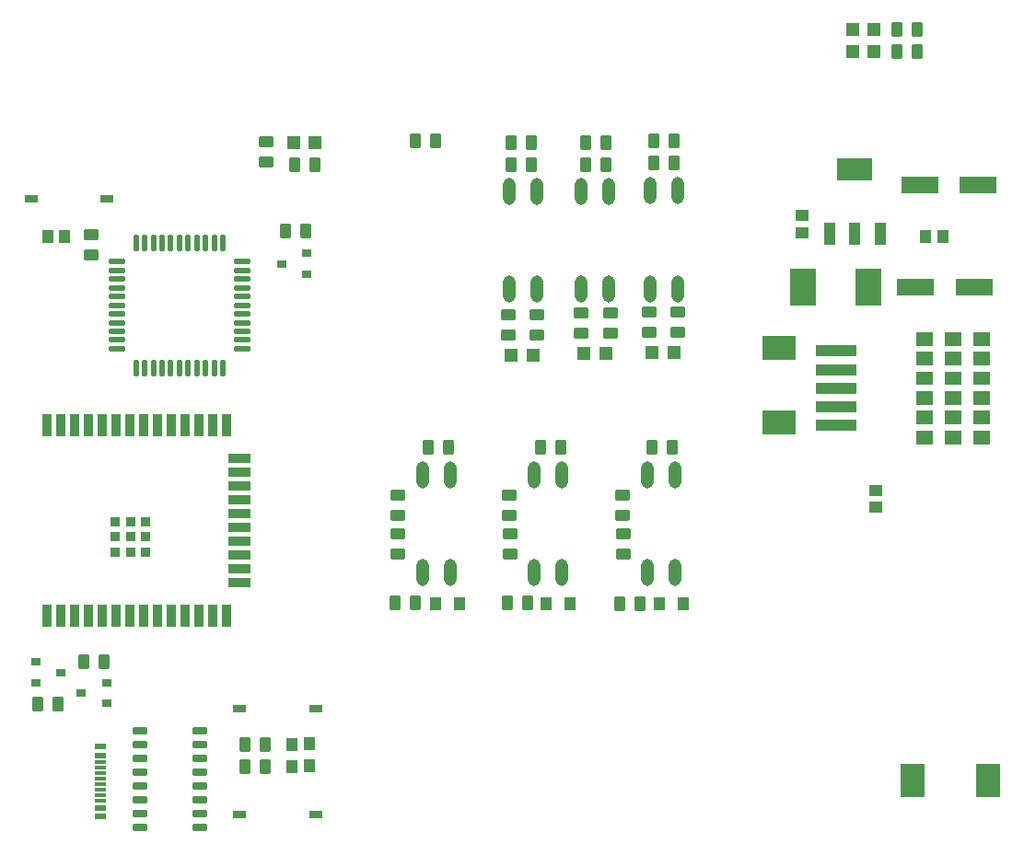
<source format=gtp>
G04*
G04 #@! TF.GenerationSoftware,Altium Limited,Altium Designer,18.0.11 (651)*
G04*
G04 Layer_Color=8421504*
%FSTAX24Y24*%
%MOIN*%
G70*
G01*
G75*
%ADD25R,0.0394X0.0787*%
%ADD26R,0.1299X0.0787*%
%ADD27R,0.0512X0.0394*%
%ADD28R,0.1228X0.0886*%
%ADD29R,0.0886X0.1228*%
%ADD30R,0.0925X0.1378*%
G04:AMPARAMS|DCode=31|XSize=51.6mil|YSize=24.4mil|CornerRadius=3.1mil|HoleSize=0mil|Usage=FLASHONLY|Rotation=180.000|XOffset=0mil|YOffset=0mil|HoleType=Round|Shape=RoundedRectangle|*
%AMROUNDEDRECTD31*
21,1,0.0516,0.0183,0,0,180.0*
21,1,0.0455,0.0244,0,0,180.0*
1,1,0.0061,-0.0227,0.0092*
1,1,0.0061,0.0227,0.0092*
1,1,0.0061,0.0227,-0.0092*
1,1,0.0061,-0.0227,-0.0092*
%
%ADD31ROUNDEDRECTD31*%
%ADD32R,0.1492X0.0390*%
G04:AMPARAMS|DCode=33|XSize=39.4mil|YSize=55.9mil|CornerRadius=4.9mil|HoleSize=0mil|Usage=FLASHONLY|Rotation=90.000|XOffset=0mil|YOffset=0mil|HoleType=Round|Shape=RoundedRectangle|*
%AMROUNDEDRECTD33*
21,1,0.0394,0.0461,0,0,90.0*
21,1,0.0295,0.0559,0,0,90.0*
1,1,0.0098,0.0230,0.0148*
1,1,0.0098,0.0230,-0.0148*
1,1,0.0098,-0.0230,-0.0148*
1,1,0.0098,-0.0230,0.0148*
%
%ADD33ROUNDEDRECTD33*%
G04:AMPARAMS|DCode=34|XSize=39.4mil|YSize=55.9mil|CornerRadius=4.9mil|HoleSize=0mil|Usage=FLASHONLY|Rotation=180.000|XOffset=0mil|YOffset=0mil|HoleType=Round|Shape=RoundedRectangle|*
%AMROUNDEDRECTD34*
21,1,0.0394,0.0461,0,0,180.0*
21,1,0.0295,0.0559,0,0,180.0*
1,1,0.0098,-0.0148,0.0230*
1,1,0.0098,0.0148,0.0230*
1,1,0.0098,0.0148,-0.0230*
1,1,0.0098,-0.0148,-0.0230*
%
%ADD34ROUNDEDRECTD34*%
%ADD35R,0.0472X0.0512*%
%ADD36R,0.0354X0.0276*%
%ADD37R,0.0472X0.0315*%
%ADD38R,0.0354X0.0354*%
%ADD39R,0.0354X0.0787*%
%ADD40R,0.0787X0.0354*%
G04:AMPARAMS|DCode=41|XSize=17.7mil|YSize=59.1mil|CornerRadius=4.4mil|HoleSize=0mil|Usage=FLASHONLY|Rotation=270.000|XOffset=0mil|YOffset=0mil|HoleType=Round|Shape=RoundedRectangle|*
%AMROUNDEDRECTD41*
21,1,0.0177,0.0502,0,0,270.0*
21,1,0.0089,0.0591,0,0,270.0*
1,1,0.0089,-0.0251,-0.0044*
1,1,0.0089,-0.0251,0.0044*
1,1,0.0089,0.0251,0.0044*
1,1,0.0089,0.0251,-0.0044*
%
%ADD41ROUNDEDRECTD41*%
G04:AMPARAMS|DCode=42|XSize=17.7mil|YSize=59.1mil|CornerRadius=4.4mil|HoleSize=0mil|Usage=FLASHONLY|Rotation=180.000|XOffset=0mil|YOffset=0mil|HoleType=Round|Shape=RoundedRectangle|*
%AMROUNDEDRECTD42*
21,1,0.0177,0.0502,0,0,180.0*
21,1,0.0089,0.0591,0,0,180.0*
1,1,0.0089,-0.0044,0.0251*
1,1,0.0089,0.0044,0.0251*
1,1,0.0089,0.0044,-0.0251*
1,1,0.0089,-0.0044,-0.0251*
%
%ADD42ROUNDEDRECTD42*%
%ADD43O,0.0472X0.0984*%
%ADD44R,0.0394X0.0512*%
%ADD45R,0.1378X0.0630*%
%ADD46R,0.0449X0.0236*%
%ADD47R,0.0449X0.0118*%
G36*
X048485Y033248D02*
X047886D01*
Y03374D01*
X048485D01*
Y033248D01*
D02*
G37*
G36*
X047449D02*
X046851D01*
Y03374D01*
X047449D01*
Y033248D01*
D02*
G37*
G36*
X046414D02*
X045815D01*
Y03374D01*
X046414D01*
Y033248D01*
D02*
G37*
G36*
X048485Y032535D02*
X047886D01*
Y033027D01*
X048485D01*
Y032535D01*
D02*
G37*
G36*
X047449D02*
X046851D01*
Y033027D01*
X047449D01*
Y032535D01*
D02*
G37*
G36*
X046414D02*
X045815D01*
Y033027D01*
X046414D01*
Y032535D01*
D02*
G37*
G36*
X048485Y031822D02*
X047886D01*
Y032315D01*
X048485D01*
Y031822D01*
D02*
G37*
G36*
X047449D02*
X046851D01*
Y032315D01*
X047449D01*
Y031822D01*
D02*
G37*
G36*
X046414D02*
X045815D01*
Y032315D01*
X046414D01*
Y031822D01*
D02*
G37*
G36*
X048485Y035385D02*
X047886D01*
Y035878D01*
X048485D01*
Y035385D01*
D02*
G37*
G36*
X047449D02*
X046851D01*
Y035878D01*
X047449D01*
Y035385D01*
D02*
G37*
G36*
X046414D02*
X045815D01*
Y035878D01*
X046414D01*
Y035385D01*
D02*
G37*
G36*
X048485Y034673D02*
X047886D01*
Y035165D01*
X048485D01*
Y034673D01*
D02*
G37*
G36*
X047449D02*
X046851D01*
Y035165D01*
X047449D01*
Y034673D01*
D02*
G37*
G36*
X046414D02*
X045815D01*
Y035165D01*
X046414D01*
Y034673D01*
D02*
G37*
G36*
X048485Y03396D02*
X047886D01*
Y034452D01*
X048485D01*
Y03396D01*
D02*
G37*
G36*
X047449D02*
X046851D01*
Y034452D01*
X047449D01*
Y03396D01*
D02*
G37*
G36*
X046414D02*
X045815D01*
Y034452D01*
X046414D01*
Y03396D01*
D02*
G37*
D25*
X042694Y03944D02*
D03*
X0436D02*
D03*
X044506D02*
D03*
D26*
X0436Y041763D02*
D03*
D27*
X041696Y039477D02*
D03*
X041689Y040089D02*
D03*
X044339Y030139D02*
D03*
X044346Y029527D02*
D03*
D28*
X04085Y03531D02*
D03*
Y03259D02*
D03*
D29*
X04569Y01965D02*
D03*
X04841D02*
D03*
D30*
X041709Y0375D02*
D03*
X044091D02*
D03*
D31*
X019883Y01795D02*
D03*
Y01845D02*
D03*
Y01895D02*
D03*
Y01945D02*
D03*
Y01995D02*
D03*
Y02045D02*
D03*
Y02095D02*
D03*
Y02145D02*
D03*
X017717D02*
D03*
Y02095D02*
D03*
Y02045D02*
D03*
Y01995D02*
D03*
Y01945D02*
D03*
Y01895D02*
D03*
Y01845D02*
D03*
Y01795D02*
D03*
D32*
X042918Y032511D02*
D03*
Y033181D02*
D03*
Y03385D02*
D03*
Y034519D02*
D03*
Y035189D02*
D03*
D33*
X033672Y035832D02*
D03*
Y036568D02*
D03*
X034747Y035832D02*
D03*
Y036568D02*
D03*
X036144Y035882D02*
D03*
Y036618D02*
D03*
X037197Y035882D02*
D03*
Y036618D02*
D03*
X0223Y042037D02*
D03*
Y042774D02*
D03*
X032097Y036518D02*
D03*
Y035782D02*
D03*
X031044Y036518D02*
D03*
Y035782D02*
D03*
X0352Y029232D02*
D03*
Y029968D02*
D03*
X035213Y028568D02*
D03*
Y027832D02*
D03*
X0311Y029232D02*
D03*
Y029968D02*
D03*
X031113Y028568D02*
D03*
Y027832D02*
D03*
X02705Y029968D02*
D03*
Y029232D02*
D03*
Y027832D02*
D03*
Y028568D02*
D03*
X01595Y039418D02*
D03*
Y038682D02*
D03*
D34*
X037Y0317D02*
D03*
X036264D02*
D03*
X023Y039546D02*
D03*
X023736D02*
D03*
X028418Y0428D02*
D03*
X027682D02*
D03*
X023332Y04195D02*
D03*
X024068D02*
D03*
X037065Y0428D02*
D03*
X036329D02*
D03*
X037065Y042D02*
D03*
X036329D02*
D03*
X034583Y04275D02*
D03*
X033847D02*
D03*
X034583Y04195D02*
D03*
X033847D02*
D03*
X031163Y04275D02*
D03*
X0319D02*
D03*
X031163Y04195D02*
D03*
X0319D02*
D03*
X032214Y0317D02*
D03*
X03295D02*
D03*
X0289D02*
D03*
X028164D02*
D03*
X0351Y02605D02*
D03*
X035836D02*
D03*
X031032Y026056D02*
D03*
X031768D02*
D03*
X0277D02*
D03*
X026964D02*
D03*
X02225Y020144D02*
D03*
X021514D02*
D03*
X02225Y02095D02*
D03*
X021514D02*
D03*
X045868Y04605D02*
D03*
X045132D02*
D03*
X045868Y04685D02*
D03*
X045132D02*
D03*
X015682Y02395D02*
D03*
X016418D02*
D03*
X014032Y022397D02*
D03*
X014768D02*
D03*
D35*
X023281Y04275D02*
D03*
X024068D02*
D03*
X033796Y0351D02*
D03*
X034583D02*
D03*
X03626Y03515D02*
D03*
X037047D02*
D03*
X031947Y03505D02*
D03*
X03116D02*
D03*
X0443Y04605D02*
D03*
X043513D02*
D03*
Y04685D02*
D03*
X0443D02*
D03*
D36*
X022847Y03835D02*
D03*
X023753Y037976D02*
D03*
Y038724D02*
D03*
X014853Y02355D02*
D03*
X013947Y023924D02*
D03*
Y023176D02*
D03*
X015597Y0228D02*
D03*
X016503Y022426D02*
D03*
Y023174D02*
D03*
D37*
X013772Y0407D02*
D03*
X016528D02*
D03*
X024078Y0184D02*
D03*
X021322D02*
D03*
X024078Y02225D02*
D03*
X021322D02*
D03*
D38*
X016827Y027908D02*
D03*
X017378Y028459D02*
D03*
X016827D02*
D03*
Y029011D02*
D03*
X01793D02*
D03*
Y028459D02*
D03*
Y027908D02*
D03*
X017378Y029011D02*
D03*
Y027908D02*
D03*
D39*
X014339Y032495D02*
D03*
X014839D02*
D03*
X015339D02*
D03*
X015839D02*
D03*
X016339D02*
D03*
X016839D02*
D03*
X017339D02*
D03*
X017839D02*
D03*
X018339D02*
D03*
X018839D02*
D03*
X019339D02*
D03*
X019839D02*
D03*
X020339D02*
D03*
X020839D02*
D03*
X014339Y025605D02*
D03*
X014839D02*
D03*
X015339D02*
D03*
X015839D02*
D03*
X019839D02*
D03*
X019339D02*
D03*
X018839D02*
D03*
X018339D02*
D03*
X017839D02*
D03*
X017339D02*
D03*
X016339D02*
D03*
X016839D02*
D03*
X020839D02*
D03*
X020339D02*
D03*
D40*
X021331Y031302D02*
D03*
Y030802D02*
D03*
Y030302D02*
D03*
Y029802D02*
D03*
Y029302D02*
D03*
Y028802D02*
D03*
Y028302D02*
D03*
Y027802D02*
D03*
Y027302D02*
D03*
Y026802D02*
D03*
D41*
X021414Y035275D02*
D03*
Y03559D02*
D03*
Y035905D02*
D03*
Y03622D02*
D03*
Y036535D02*
D03*
Y03685D02*
D03*
Y037165D02*
D03*
Y03748D02*
D03*
Y037795D02*
D03*
Y03811D02*
D03*
Y038425D02*
D03*
X016886D02*
D03*
Y03811D02*
D03*
Y037795D02*
D03*
Y03748D02*
D03*
Y037165D02*
D03*
Y03685D02*
D03*
Y036535D02*
D03*
Y03622D02*
D03*
Y035905D02*
D03*
Y03559D02*
D03*
Y035275D02*
D03*
D42*
X020725Y039114D02*
D03*
X02041D02*
D03*
X020095D02*
D03*
X01978D02*
D03*
X019465D02*
D03*
X01915D02*
D03*
X018835D02*
D03*
X01852D02*
D03*
X018205D02*
D03*
X01789D02*
D03*
X017575D02*
D03*
Y034586D02*
D03*
X01789D02*
D03*
X018205D02*
D03*
X01852D02*
D03*
X018835D02*
D03*
X01915D02*
D03*
X019465D02*
D03*
X01978D02*
D03*
X020095D02*
D03*
X02041D02*
D03*
X020725D02*
D03*
D43*
X037197Y040993D02*
D03*
X036197D02*
D03*
X037197Y03745D02*
D03*
X036197D02*
D03*
X034697Y040972D02*
D03*
X033697D02*
D03*
X034697Y037428D02*
D03*
X033697D02*
D03*
X031097D02*
D03*
X032097D02*
D03*
X031097Y040972D02*
D03*
X032097D02*
D03*
X0361Y027178D02*
D03*
X0371D02*
D03*
X0361Y030722D02*
D03*
X0371D02*
D03*
X032Y027178D02*
D03*
X033D02*
D03*
X032Y030722D02*
D03*
X033D02*
D03*
X02895D02*
D03*
X02795D02*
D03*
X02895Y027178D02*
D03*
X02795D02*
D03*
D44*
X037383Y02605D02*
D03*
X036517D02*
D03*
X033283D02*
D03*
X032417D02*
D03*
X028417D02*
D03*
X029283D02*
D03*
X015Y03935D02*
D03*
X014388Y039343D02*
D03*
X023842Y020161D02*
D03*
X023229Y020154D02*
D03*
X023839Y020961D02*
D03*
X023227Y020954D02*
D03*
X046161Y039339D02*
D03*
X046773Y039346D02*
D03*
D45*
X048063Y0412D02*
D03*
X045937D02*
D03*
X047913Y0375D02*
D03*
X045787D02*
D03*
D46*
X01627Y01834D02*
D03*
Y018655D02*
D03*
Y020545D02*
D03*
Y02086D02*
D03*
D47*
Y018911D02*
D03*
Y019108D02*
D03*
Y019305D02*
D03*
Y019502D02*
D03*
Y020289D02*
D03*
Y020092D02*
D03*
Y019895D02*
D03*
Y019698D02*
D03*
M02*

</source>
